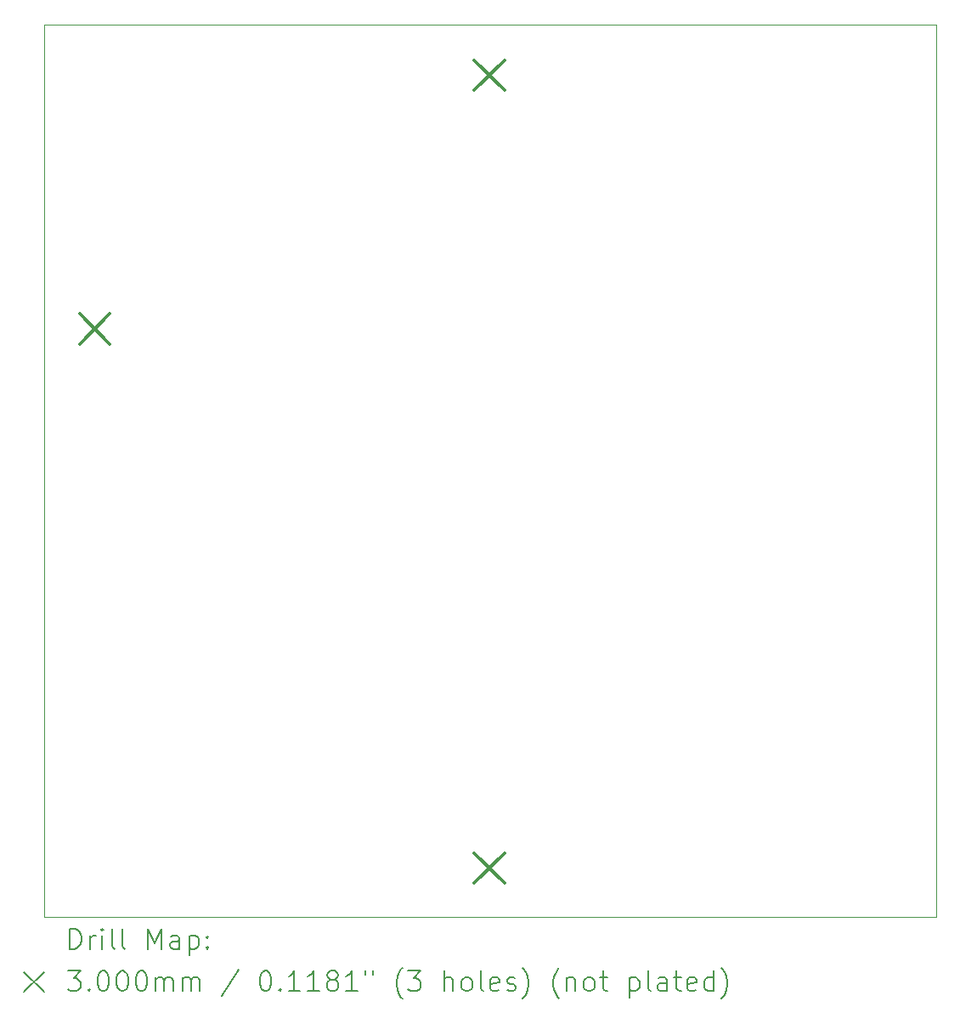
<source format=gbr>
%TF.GenerationSoftware,KiCad,Pcbnew,(6.0.11)*%
%TF.CreationDate,2023-02-16T11:16:12-05:00*%
%TF.ProjectId,DCT_HV_Widget,4443545f-4856-45f5-9769-646765742e6b,rev?*%
%TF.SameCoordinates,Original*%
%TF.FileFunction,Drillmap*%
%TF.FilePolarity,Positive*%
%FSLAX45Y45*%
G04 Gerber Fmt 4.5, Leading zero omitted, Abs format (unit mm)*
G04 Created by KiCad (PCBNEW (6.0.11)) date 2023-02-16 11:16:12*
%MOMM*%
%LPD*%
G01*
G04 APERTURE LIST*
%ADD10C,0.101600*%
%ADD11C,0.200000*%
%ADD12C,0.300000*%
G04 APERTURE END LIST*
D10*
X11597500Y-5510000D02*
X20487500Y-5510000D01*
X20487500Y-5510000D02*
X20487500Y-14400000D01*
X20487500Y-14400000D02*
X11597500Y-14400000D01*
X11597500Y-14400000D02*
X11597500Y-5510000D01*
D11*
D12*
X11948000Y-8387500D02*
X12248000Y-8687500D01*
X12248000Y-8387500D02*
X11948000Y-8687500D01*
X15882500Y-5860000D02*
X16182500Y-6160000D01*
X16182500Y-5860000D02*
X15882500Y-6160000D01*
X15882500Y-13760000D02*
X16182500Y-14060000D01*
X16182500Y-13760000D02*
X15882500Y-14060000D01*
D11*
X11850039Y-14715556D02*
X11850039Y-14515556D01*
X11897658Y-14515556D01*
X11926229Y-14525080D01*
X11945277Y-14544128D01*
X11954801Y-14563175D01*
X11964325Y-14601270D01*
X11964325Y-14629842D01*
X11954801Y-14667937D01*
X11945277Y-14686985D01*
X11926229Y-14706032D01*
X11897658Y-14715556D01*
X11850039Y-14715556D01*
X12050039Y-14715556D02*
X12050039Y-14582223D01*
X12050039Y-14620318D02*
X12059563Y-14601270D01*
X12069087Y-14591747D01*
X12088134Y-14582223D01*
X12107182Y-14582223D01*
X12173848Y-14715556D02*
X12173848Y-14582223D01*
X12173848Y-14515556D02*
X12164325Y-14525080D01*
X12173848Y-14534604D01*
X12183372Y-14525080D01*
X12173848Y-14515556D01*
X12173848Y-14534604D01*
X12297658Y-14715556D02*
X12278610Y-14706032D01*
X12269087Y-14686985D01*
X12269087Y-14515556D01*
X12402420Y-14715556D02*
X12383372Y-14706032D01*
X12373848Y-14686985D01*
X12373848Y-14515556D01*
X12630991Y-14715556D02*
X12630991Y-14515556D01*
X12697658Y-14658413D01*
X12764325Y-14515556D01*
X12764325Y-14715556D01*
X12945277Y-14715556D02*
X12945277Y-14610794D01*
X12935753Y-14591747D01*
X12916706Y-14582223D01*
X12878610Y-14582223D01*
X12859563Y-14591747D01*
X12945277Y-14706032D02*
X12926229Y-14715556D01*
X12878610Y-14715556D01*
X12859563Y-14706032D01*
X12850039Y-14686985D01*
X12850039Y-14667937D01*
X12859563Y-14648889D01*
X12878610Y-14639366D01*
X12926229Y-14639366D01*
X12945277Y-14629842D01*
X13040515Y-14582223D02*
X13040515Y-14782223D01*
X13040515Y-14591747D02*
X13059563Y-14582223D01*
X13097658Y-14582223D01*
X13116706Y-14591747D01*
X13126229Y-14601270D01*
X13135753Y-14620318D01*
X13135753Y-14677461D01*
X13126229Y-14696508D01*
X13116706Y-14706032D01*
X13097658Y-14715556D01*
X13059563Y-14715556D01*
X13040515Y-14706032D01*
X13221468Y-14696508D02*
X13230991Y-14706032D01*
X13221468Y-14715556D01*
X13211944Y-14706032D01*
X13221468Y-14696508D01*
X13221468Y-14715556D01*
X13221468Y-14591747D02*
X13230991Y-14601270D01*
X13221468Y-14610794D01*
X13211944Y-14601270D01*
X13221468Y-14591747D01*
X13221468Y-14610794D01*
X11392420Y-14945080D02*
X11592420Y-15145080D01*
X11592420Y-14945080D02*
X11392420Y-15145080D01*
X11830991Y-14935556D02*
X11954801Y-14935556D01*
X11888134Y-15011747D01*
X11916706Y-15011747D01*
X11935753Y-15021270D01*
X11945277Y-15030794D01*
X11954801Y-15049842D01*
X11954801Y-15097461D01*
X11945277Y-15116508D01*
X11935753Y-15126032D01*
X11916706Y-15135556D01*
X11859563Y-15135556D01*
X11840515Y-15126032D01*
X11830991Y-15116508D01*
X12040515Y-15116508D02*
X12050039Y-15126032D01*
X12040515Y-15135556D01*
X12030991Y-15126032D01*
X12040515Y-15116508D01*
X12040515Y-15135556D01*
X12173848Y-14935556D02*
X12192896Y-14935556D01*
X12211944Y-14945080D01*
X12221468Y-14954604D01*
X12230991Y-14973651D01*
X12240515Y-15011747D01*
X12240515Y-15059366D01*
X12230991Y-15097461D01*
X12221468Y-15116508D01*
X12211944Y-15126032D01*
X12192896Y-15135556D01*
X12173848Y-15135556D01*
X12154801Y-15126032D01*
X12145277Y-15116508D01*
X12135753Y-15097461D01*
X12126229Y-15059366D01*
X12126229Y-15011747D01*
X12135753Y-14973651D01*
X12145277Y-14954604D01*
X12154801Y-14945080D01*
X12173848Y-14935556D01*
X12364325Y-14935556D02*
X12383372Y-14935556D01*
X12402420Y-14945080D01*
X12411944Y-14954604D01*
X12421468Y-14973651D01*
X12430991Y-15011747D01*
X12430991Y-15059366D01*
X12421468Y-15097461D01*
X12411944Y-15116508D01*
X12402420Y-15126032D01*
X12383372Y-15135556D01*
X12364325Y-15135556D01*
X12345277Y-15126032D01*
X12335753Y-15116508D01*
X12326229Y-15097461D01*
X12316706Y-15059366D01*
X12316706Y-15011747D01*
X12326229Y-14973651D01*
X12335753Y-14954604D01*
X12345277Y-14945080D01*
X12364325Y-14935556D01*
X12554801Y-14935556D02*
X12573848Y-14935556D01*
X12592896Y-14945080D01*
X12602420Y-14954604D01*
X12611944Y-14973651D01*
X12621468Y-15011747D01*
X12621468Y-15059366D01*
X12611944Y-15097461D01*
X12602420Y-15116508D01*
X12592896Y-15126032D01*
X12573848Y-15135556D01*
X12554801Y-15135556D01*
X12535753Y-15126032D01*
X12526229Y-15116508D01*
X12516706Y-15097461D01*
X12507182Y-15059366D01*
X12507182Y-15011747D01*
X12516706Y-14973651D01*
X12526229Y-14954604D01*
X12535753Y-14945080D01*
X12554801Y-14935556D01*
X12707182Y-15135556D02*
X12707182Y-15002223D01*
X12707182Y-15021270D02*
X12716706Y-15011747D01*
X12735753Y-15002223D01*
X12764325Y-15002223D01*
X12783372Y-15011747D01*
X12792896Y-15030794D01*
X12792896Y-15135556D01*
X12792896Y-15030794D02*
X12802420Y-15011747D01*
X12821468Y-15002223D01*
X12850039Y-15002223D01*
X12869087Y-15011747D01*
X12878610Y-15030794D01*
X12878610Y-15135556D01*
X12973848Y-15135556D02*
X12973848Y-15002223D01*
X12973848Y-15021270D02*
X12983372Y-15011747D01*
X13002420Y-15002223D01*
X13030991Y-15002223D01*
X13050039Y-15011747D01*
X13059563Y-15030794D01*
X13059563Y-15135556D01*
X13059563Y-15030794D02*
X13069087Y-15011747D01*
X13088134Y-15002223D01*
X13116706Y-15002223D01*
X13135753Y-15011747D01*
X13145277Y-15030794D01*
X13145277Y-15135556D01*
X13535753Y-14926032D02*
X13364325Y-15183175D01*
X13792896Y-14935556D02*
X13811944Y-14935556D01*
X13830991Y-14945080D01*
X13840515Y-14954604D01*
X13850039Y-14973651D01*
X13859563Y-15011747D01*
X13859563Y-15059366D01*
X13850039Y-15097461D01*
X13840515Y-15116508D01*
X13830991Y-15126032D01*
X13811944Y-15135556D01*
X13792896Y-15135556D01*
X13773848Y-15126032D01*
X13764325Y-15116508D01*
X13754801Y-15097461D01*
X13745277Y-15059366D01*
X13745277Y-15011747D01*
X13754801Y-14973651D01*
X13764325Y-14954604D01*
X13773848Y-14945080D01*
X13792896Y-14935556D01*
X13945277Y-15116508D02*
X13954801Y-15126032D01*
X13945277Y-15135556D01*
X13935753Y-15126032D01*
X13945277Y-15116508D01*
X13945277Y-15135556D01*
X14145277Y-15135556D02*
X14030991Y-15135556D01*
X14088134Y-15135556D02*
X14088134Y-14935556D01*
X14069087Y-14964128D01*
X14050039Y-14983175D01*
X14030991Y-14992699D01*
X14335753Y-15135556D02*
X14221468Y-15135556D01*
X14278610Y-15135556D02*
X14278610Y-14935556D01*
X14259563Y-14964128D01*
X14240515Y-14983175D01*
X14221468Y-14992699D01*
X14450039Y-15021270D02*
X14430991Y-15011747D01*
X14421468Y-15002223D01*
X14411944Y-14983175D01*
X14411944Y-14973651D01*
X14421468Y-14954604D01*
X14430991Y-14945080D01*
X14450039Y-14935556D01*
X14488134Y-14935556D01*
X14507182Y-14945080D01*
X14516706Y-14954604D01*
X14526229Y-14973651D01*
X14526229Y-14983175D01*
X14516706Y-15002223D01*
X14507182Y-15011747D01*
X14488134Y-15021270D01*
X14450039Y-15021270D01*
X14430991Y-15030794D01*
X14421468Y-15040318D01*
X14411944Y-15059366D01*
X14411944Y-15097461D01*
X14421468Y-15116508D01*
X14430991Y-15126032D01*
X14450039Y-15135556D01*
X14488134Y-15135556D01*
X14507182Y-15126032D01*
X14516706Y-15116508D01*
X14526229Y-15097461D01*
X14526229Y-15059366D01*
X14516706Y-15040318D01*
X14507182Y-15030794D01*
X14488134Y-15021270D01*
X14716706Y-15135556D02*
X14602420Y-15135556D01*
X14659563Y-15135556D02*
X14659563Y-14935556D01*
X14640515Y-14964128D01*
X14621468Y-14983175D01*
X14602420Y-14992699D01*
X14792896Y-14935556D02*
X14792896Y-14973651D01*
X14869087Y-14935556D02*
X14869087Y-14973651D01*
X15164325Y-15211747D02*
X15154801Y-15202223D01*
X15135753Y-15173651D01*
X15126229Y-15154604D01*
X15116706Y-15126032D01*
X15107182Y-15078413D01*
X15107182Y-15040318D01*
X15116706Y-14992699D01*
X15126229Y-14964128D01*
X15135753Y-14945080D01*
X15154801Y-14916508D01*
X15164325Y-14906985D01*
X15221468Y-14935556D02*
X15345277Y-14935556D01*
X15278610Y-15011747D01*
X15307182Y-15011747D01*
X15326229Y-15021270D01*
X15335753Y-15030794D01*
X15345277Y-15049842D01*
X15345277Y-15097461D01*
X15335753Y-15116508D01*
X15326229Y-15126032D01*
X15307182Y-15135556D01*
X15250039Y-15135556D01*
X15230991Y-15126032D01*
X15221468Y-15116508D01*
X15583372Y-15135556D02*
X15583372Y-14935556D01*
X15669087Y-15135556D02*
X15669087Y-15030794D01*
X15659563Y-15011747D01*
X15640515Y-15002223D01*
X15611944Y-15002223D01*
X15592896Y-15011747D01*
X15583372Y-15021270D01*
X15792896Y-15135556D02*
X15773848Y-15126032D01*
X15764325Y-15116508D01*
X15754801Y-15097461D01*
X15754801Y-15040318D01*
X15764325Y-15021270D01*
X15773848Y-15011747D01*
X15792896Y-15002223D01*
X15821468Y-15002223D01*
X15840515Y-15011747D01*
X15850039Y-15021270D01*
X15859563Y-15040318D01*
X15859563Y-15097461D01*
X15850039Y-15116508D01*
X15840515Y-15126032D01*
X15821468Y-15135556D01*
X15792896Y-15135556D01*
X15973848Y-15135556D02*
X15954801Y-15126032D01*
X15945277Y-15106985D01*
X15945277Y-14935556D01*
X16126229Y-15126032D02*
X16107182Y-15135556D01*
X16069087Y-15135556D01*
X16050039Y-15126032D01*
X16040515Y-15106985D01*
X16040515Y-15030794D01*
X16050039Y-15011747D01*
X16069087Y-15002223D01*
X16107182Y-15002223D01*
X16126229Y-15011747D01*
X16135753Y-15030794D01*
X16135753Y-15049842D01*
X16040515Y-15068889D01*
X16211944Y-15126032D02*
X16230991Y-15135556D01*
X16269087Y-15135556D01*
X16288134Y-15126032D01*
X16297658Y-15106985D01*
X16297658Y-15097461D01*
X16288134Y-15078413D01*
X16269087Y-15068889D01*
X16240515Y-15068889D01*
X16221468Y-15059366D01*
X16211944Y-15040318D01*
X16211944Y-15030794D01*
X16221468Y-15011747D01*
X16240515Y-15002223D01*
X16269087Y-15002223D01*
X16288134Y-15011747D01*
X16364325Y-15211747D02*
X16373848Y-15202223D01*
X16392896Y-15173651D01*
X16402420Y-15154604D01*
X16411944Y-15126032D01*
X16421468Y-15078413D01*
X16421468Y-15040318D01*
X16411944Y-14992699D01*
X16402420Y-14964128D01*
X16392896Y-14945080D01*
X16373848Y-14916508D01*
X16364325Y-14906985D01*
X16726229Y-15211747D02*
X16716706Y-15202223D01*
X16697658Y-15173651D01*
X16688134Y-15154604D01*
X16678610Y-15126032D01*
X16669087Y-15078413D01*
X16669087Y-15040318D01*
X16678610Y-14992699D01*
X16688134Y-14964128D01*
X16697658Y-14945080D01*
X16716706Y-14916508D01*
X16726229Y-14906985D01*
X16802420Y-15002223D02*
X16802420Y-15135556D01*
X16802420Y-15021270D02*
X16811944Y-15011747D01*
X16830991Y-15002223D01*
X16859563Y-15002223D01*
X16878610Y-15011747D01*
X16888134Y-15030794D01*
X16888134Y-15135556D01*
X17011944Y-15135556D02*
X16992896Y-15126032D01*
X16983372Y-15116508D01*
X16973849Y-15097461D01*
X16973849Y-15040318D01*
X16983372Y-15021270D01*
X16992896Y-15011747D01*
X17011944Y-15002223D01*
X17040515Y-15002223D01*
X17059563Y-15011747D01*
X17069087Y-15021270D01*
X17078610Y-15040318D01*
X17078610Y-15097461D01*
X17069087Y-15116508D01*
X17059563Y-15126032D01*
X17040515Y-15135556D01*
X17011944Y-15135556D01*
X17135753Y-15002223D02*
X17211944Y-15002223D01*
X17164325Y-14935556D02*
X17164325Y-15106985D01*
X17173849Y-15126032D01*
X17192896Y-15135556D01*
X17211944Y-15135556D01*
X17430991Y-15002223D02*
X17430991Y-15202223D01*
X17430991Y-15011747D02*
X17450039Y-15002223D01*
X17488134Y-15002223D01*
X17507182Y-15011747D01*
X17516706Y-15021270D01*
X17526230Y-15040318D01*
X17526230Y-15097461D01*
X17516706Y-15116508D01*
X17507182Y-15126032D01*
X17488134Y-15135556D01*
X17450039Y-15135556D01*
X17430991Y-15126032D01*
X17640515Y-15135556D02*
X17621468Y-15126032D01*
X17611944Y-15106985D01*
X17611944Y-14935556D01*
X17802420Y-15135556D02*
X17802420Y-15030794D01*
X17792896Y-15011747D01*
X17773849Y-15002223D01*
X17735753Y-15002223D01*
X17716706Y-15011747D01*
X17802420Y-15126032D02*
X17783372Y-15135556D01*
X17735753Y-15135556D01*
X17716706Y-15126032D01*
X17707182Y-15106985D01*
X17707182Y-15087937D01*
X17716706Y-15068889D01*
X17735753Y-15059366D01*
X17783372Y-15059366D01*
X17802420Y-15049842D01*
X17869087Y-15002223D02*
X17945277Y-15002223D01*
X17897658Y-14935556D02*
X17897658Y-15106985D01*
X17907182Y-15126032D01*
X17926230Y-15135556D01*
X17945277Y-15135556D01*
X18088134Y-15126032D02*
X18069087Y-15135556D01*
X18030991Y-15135556D01*
X18011944Y-15126032D01*
X18002420Y-15106985D01*
X18002420Y-15030794D01*
X18011944Y-15011747D01*
X18030991Y-15002223D01*
X18069087Y-15002223D01*
X18088134Y-15011747D01*
X18097658Y-15030794D01*
X18097658Y-15049842D01*
X18002420Y-15068889D01*
X18269087Y-15135556D02*
X18269087Y-14935556D01*
X18269087Y-15126032D02*
X18250039Y-15135556D01*
X18211944Y-15135556D01*
X18192896Y-15126032D01*
X18183372Y-15116508D01*
X18173849Y-15097461D01*
X18173849Y-15040318D01*
X18183372Y-15021270D01*
X18192896Y-15011747D01*
X18211944Y-15002223D01*
X18250039Y-15002223D01*
X18269087Y-15011747D01*
X18345277Y-15211747D02*
X18354801Y-15202223D01*
X18373849Y-15173651D01*
X18383372Y-15154604D01*
X18392896Y-15126032D01*
X18402420Y-15078413D01*
X18402420Y-15040318D01*
X18392896Y-14992699D01*
X18383372Y-14964128D01*
X18373849Y-14945080D01*
X18354801Y-14916508D01*
X18345277Y-14906985D01*
M02*

</source>
